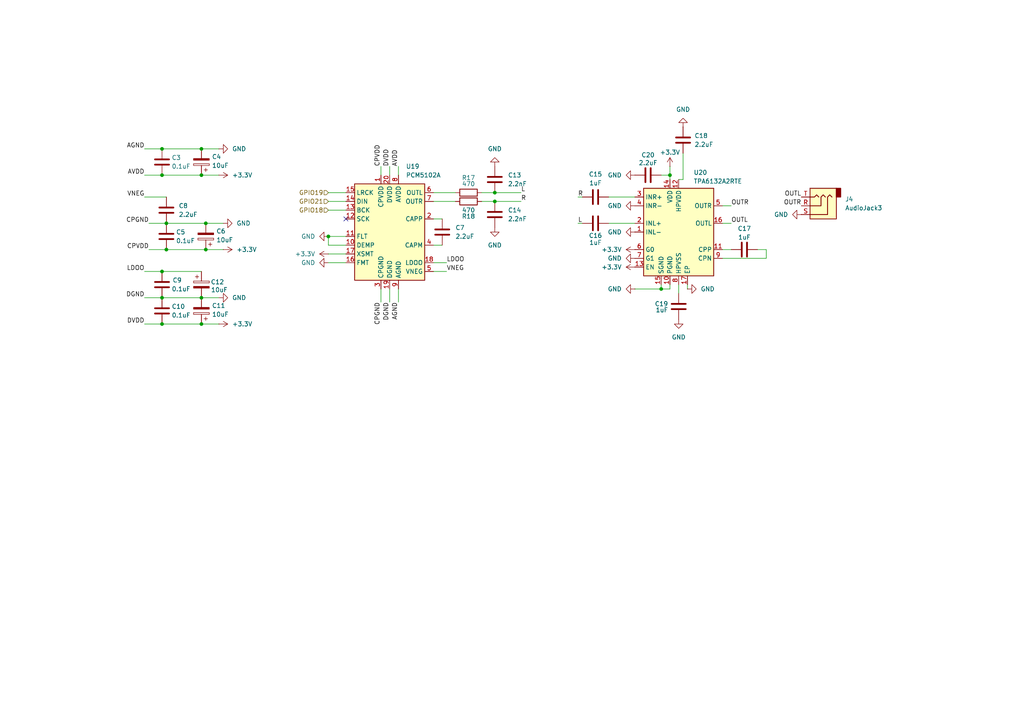
<source format=kicad_sch>
(kicad_sch (version 20250114) (generator "eeschema") (generator_version "9.0")
  (paper "A4")
  (lib_symbols
    (symbol "Amplifier_Audio:TPA6132A2RTE"
      (property "Reference" "U" (at -7.62 13.97 0))
      (property "Value" "TPA6132A2RTE" (at 8.89 13.97 0))
      (symbol "TPA6132A2RTE_0_1"
        (rectangle (start -10.16 12.7) (end 10.16 -12.7) (stroke (width 0.254)) (fill (type background)))
      )
      (symbol "TPA6132A2RTE_1_1"
        (pin input line (at -12.7 10.16 0) (length 2.54) (name "INR+") (number "3"))
        (pin input line (at -12.7 7.62 0) (length 2.54) (name "INR-") (number "4"))
        (pin input line (at -12.7 2.54 0) (length 2.54) (name "INL+") (number "2"))
        (pin input line (at -12.7 0 0) (length 2.54) (name "INL-") (number "1"))
        (pin input line (at -12.7 -5.08 0) (length 2.54) (name "G0") (number "6"))
        (pin input line (at -12.7 -7.62 0) (length 2.54) (name "G1") (number "7"))
        (pin input line (at -12.7 -10.16 0) (length 2.54) (name "EN") (number "13"))
        (pin power_in line (at -5.08 -15.24 90) (length 2.54) (name "SGND") (number "15"))
        (pin power_in line (at -2.54 15.24 270) (length 2.54) (name "VDD") (number "14"))
        (pin power_in line (at -2.54 -15.24 90) (length 2.54) (name "PGND") (number "10"))
        (pin power_in line (at 0 15.24 270) (length 2.54) (name "HPVDD") (number "12"))
        (pin power_in line (at 0 -15.24 90) (length 2.54) (name "HPVSS") (number "8"))
        (pin passive line (at 2.54 -15.24 90) (length 2.54) (name "EP") (number "17"))
        (pin output line (at 12.7 7.62 180) (length 2.54) (name "OUTR") (number "5"))
        (pin output line (at 12.7 2.54 180) (length 2.54) (name "OUTL") (number "16"))
        (pin passive line (at 12.7 -5.08 180) (length 2.54) (name "CPP") (number "11"))
        (pin passive line (at 12.7 -7.62 180) (length 2.54) (name "CPN") (number "9"))
      )
    )
    (symbol "Audio:PCM5102A"
      (property "Reference" "U" (at -10.16 13.97 0))
      (property "Value" "PCM5102A" (at 3.81 13.97 0))
      (symbol "PCM5102A_0_1"
        (rectangle (start -10.16 12.7) (end 10.16 -15.24) (stroke (width 0.254)) (fill (type background)))
      )
      (symbol "PCM5102A_1_1"
        (pin input line (at -12.7 10.16 0) (length 2.54) (name "LRCK") (number "15"))
        (pin input line (at -12.7 7.62 0) (length 2.54) (name "DIN") (number "14"))
        (pin input line (at -12.7 5.08 0) (length 2.54) (name "BCK") (number "13"))
        (pin input line (at -12.7 2.54 0) (length 2.54) (name "SCK") (number "12"))
        (pin input line (at -12.7 -2.54 0) (length 2.54) (name "FLT") (number "11"))
        (pin input line (at -12.7 -5.08 0) (length 2.54) (name "DEMP") (number "10"))
        (pin input line (at -12.7 -7.62 0) (length 2.54) (name "XSMT") (number "17"))
        (pin input line (at -12.7 -10.16 0) (length 2.54) (name "FMT") (number "16"))
        (pin passive line (at -2.54 15.24 270) (length 2.54) (name "CPVDD") (number "1"))
        (pin power_in line (at -2.54 -17.78 90) (length 2.54) (name "CPGND") (number "3"))
        (pin power_in line (at 0 15.24 270) (length 2.54) (name "DVDD") (number "20"))
        (pin power_in line (at 0 -17.78 90) (length 2.54) (name "DGND") (number "19"))
        (pin power_in line (at 2.54 15.24 270) (length 2.54) (name "AVDD") (number "8"))
        (pin power_in line (at 2.54 -17.78 90) (length 2.54) (name "AGND") (number "9"))
        (pin output line (at 12.7 10.16 180) (length 2.54) (name "OUTL") (number "6"))
        (pin output line (at 12.7 7.62 180) (length 2.54) (name "OUTR") (number "7"))
        (pin passive line (at 12.7 2.54 180) (length 2.54) (name "CAPP") (number "2"))
        (pin passive line (at 12.7 -5.08 180) (length 2.54) (name "CAPM") (number "4"))
        (pin passive line (at 12.7 -10.16 180) (length 2.54) (name "LDOO") (number "18"))
        (pin passive line (at 12.7 -12.7 180) (length 2.54) (name "VNEG") (number "5"))
      )
    )
    (symbol "Connector_Audio:AudioJack3"
      (property "Reference" "J" (at 0 8.89 0))
      (property "Value" "AudioJack3" (at 0 6.35 0))
      (symbol "AudioJack3_0_1"
        (rectangle (start -5.08 -5.08) (end -6.35 -2.54) (stroke (width 0.254)) (fill (type outline)))
        (polyline (pts (xy -1.905 -2.54) (xy -1.27 -3.175) (xy -0.635 -2.54) (xy -0.635 0) (xy 2.54 0)) (stroke (width 0.254)))
        (polyline (pts (xy 0 -2.54) (xy 0.635 -3.175) (xy 1.27 -2.54) (xy 2.54 -2.54)) (stroke (width 0.254)))
        (rectangle (start 2.54 3.81) (end -5.08 -5.08) (stroke (width 0.254)) (fill (type background)))
        (polyline (pts (xy 2.54 2.54) (xy -2.54 2.54) (xy -2.54 -2.54) (xy -3.175 -3.175) (xy -3.81 -2.54)) (stroke (width 0.254)))
      )
      (symbol "AudioJack3_1_1"
        (pin passive line (at 5.08 2.54 180) (length 2.54) (name "~") (number "S"))
        (pin passive line (at 5.08 0 180) (length 2.54) (name "~") (number "R"))
        (pin passive line (at 5.08 -2.54 180) (length 2.54) (name "~") (number "T"))
      )
    )
    (symbol "Device:C" (pin_numbers (hide yes)) (pin_names (offset 0.254))
      (property "Reference" "C" (at 0.635 2.54 0))
      (property "Value" "C" (at 0.635 -2.54 0))
      (symbol "C_0_1"
        (polyline (pts (xy -2.032 0.762) (xy 2.032 0.762)) (stroke (width 0.508)))
        (polyline (pts (xy -2.032 -0.762) (xy 2.032 -0.762)) (stroke (width 0.508)))
      )
      (symbol "C_1_1"
        (pin passive line (at 0 3.81 270) (length 2.794) (name "~") (number "1"))
        (pin passive line (at 0 -3.81 90) (length 2.794) (name "~") (number "2"))
      )
    )
    (symbol "Device:C_Polarized" (pin_numbers (hide yes)) (pin_names (offset 0.254))
      (property "Reference" "C" (at 0.635 2.54 0))
      (property "Value" "C_Polarized" (at 0.635 -2.54 0))
      (symbol "C_Polarized_0_1"
        (rectangle (start -2.286 0.508) (end 2.286 1.016))
        (polyline (pts (xy -1.778 2.286) (xy -0.762 2.286)))
        (polyline (pts (xy -1.27 2.794) (xy -1.27 1.778)))
        (rectangle (start 2.286 -0.508) (end -2.286 -1.016) (fill (type outline)))
      )
      (symbol "C_Polarized_1_1"
        (pin passive line (at 0 3.81 270) (length 2.794) (name "~") (number "1"))
        (pin passive line (at 0 -3.81 90) (length 2.794) (name "~") (number "2"))
      )
    )
    (symbol "Device:R" (pin_numbers (hide yes)) (pin_names (offset 0))
      (property "Reference" "R" (at 2.032 0 90))
      (property "Value" "R" (at 0 0 90))
      (symbol "R_0_1"
        (rectangle (start -1.016 -2.54) (end 1.016 2.54) (stroke (width 0.254)))
      )
      (symbol "R_1_1"
        (pin passive line (at 0 3.81 270) (length 1.27) (name "~") (number "1"))
        (pin passive line (at 0 -3.81 90) (length 1.27) (name "~") (number "2"))
      )
    )
    (symbol "power:+3.3V" (power) (pin_numbers (hide yes)) (pin_names (offset 0) (hide yes))
      (property "Value" "+3.3V" (at 0 3.556 0))
      (symbol "+3.3V_0_1"
        (polyline (pts (xy -0.762 1.27) (xy 0 2.54)))
        (polyline (pts (xy 0 2.54) (xy 0.762 1.27)))
        (polyline (pts (xy 0 0) (xy 0 2.54)))
      )
      (symbol "+3.3V_1_1"
        (pin power_in line (at 0 0 90) (length 0) (name "~") (number "1"))
      )
    )
    (symbol "power:GND" (power) (pin_numbers (hide yes)) (pin_names (offset 0) (hide yes))
      (property "Value" "GND" (at 0 -3.81 0))
      (symbol "GND_0_1"
        (polyline (pts (xy 0 0) (xy 0 -1.27) (xy 1.27 -1.27) (xy 0 -2.54) (xy -1.27 -1.27) (xy 0 -1.27)))
      )
      (symbol "GND_1_1"
        (pin power_in line (at 0 0 270) (length 0) (name "~") (number "1"))
      )
    )
  )
  (junction (at 95.25 68.58))
  (junction (at 48.26 64.77))
  (junction (at 46.99 78.74))
  (junction (at 46.99 50.8))
  (junction (at 143.51 55.88))
  (junction (at 46.99 86.36))
  (junction (at 58.42 43.18))
  (junction (at 46.99 43.18))
  (junction (at 58.42 50.8))
  (junction (at 58.42 93.98))
  (junction (at 58.42 86.36))
  (junction (at 59.69 64.77))
  (junction (at 59.69 72.39))
  (junction (at 143.51 58.42))
  (junction (at 46.99 93.98))
  (junction (at 191.77 83.82))
  (junction (at 48.26 72.39))
  (junction (at 194.31 50.8))
  (no_connect (at 100.33 63.5))
  (wire (pts (xy 41.91 57.15) (xy 48.26 57.15)))
  (wire (pts (xy 110.49 83.82) (xy 110.49 87.63)))
  (wire (pts (xy 113.03 83.82) (xy 113.03 87.63)))
  (wire (pts (xy 125.73 76.2) (xy 129.54 76.2)))
  (wire (pts (xy 41.91 43.18) (xy 46.99 43.18)))
  (wire (pts (xy 58.42 86.36) (xy 63.5 86.36)))
  (wire (pts (xy 100.33 68.58) (xy 95.25 68.58)))
  (wire (pts (xy 209.55 64.77) (xy 212.09 64.77)))
  (wire (pts (xy 58.42 43.18) (xy 63.5 43.18)))
  (wire (pts (xy 41.91 50.8) (xy 46.99 50.8)))
  (wire (pts (xy 46.99 86.36) (xy 58.42 86.36)))
  (wire (pts (xy 139.7 55.88) (xy 143.51 55.88)))
  (wire (pts (xy 46.99 50.8) (xy 58.42 50.8)))
  (wire (pts (xy 41.91 86.36) (xy 46.99 86.36)))
  (wire (pts (xy 143.51 58.42) (xy 151.13 58.42)))
  (wire (pts (xy 196.85 85.09) (xy 196.85 82.55)))
  (wire (pts (xy 110.49 48.26) (xy 110.49 50.8)))
  (wire (pts (xy 59.69 72.39) (xy 64.77 72.39)))
  (wire (pts (xy 209.55 74.93) (xy 222.25 74.93)))
  (wire (pts (xy 95.25 55.88) (xy 100.33 55.88)))
  (wire (pts (xy 115.57 83.82) (xy 115.57 87.63)))
  (wire (pts (xy 95.25 76.2) (xy 100.33 76.2)))
  (wire (pts (xy 191.77 50.8) (xy 194.31 50.8)))
  (wire (pts (xy 167.64 57.15) (xy 168.91 57.15)))
  (wire (pts (xy 198.12 44.45) (xy 198.12 52.07)))
  (wire (pts (xy 46.99 43.18) (xy 58.42 43.18)))
  (wire (pts (xy 167.64 64.77) (xy 168.91 64.77)))
  (wire (pts (xy 199.39 82.55) (xy 199.39 83.82)))
  (wire (pts (xy 143.51 55.88) (xy 151.13 55.88)))
  (wire (pts (xy 113.03 48.26) (xy 113.03 50.8)))
  (wire (pts (xy 191.77 82.55) (xy 191.77 83.82)))
  (wire (pts (xy 58.42 93.98) (xy 63.5 93.98)))
  (wire (pts (xy 43.18 72.39) (xy 48.26 72.39)))
  (wire (pts (xy 222.25 74.93) (xy 222.25 72.39)))
  (wire (pts (xy 95.25 60.96) (xy 100.33 60.96)))
  (wire (pts (xy 41.91 93.98) (xy 46.99 93.98)))
  (wire (pts (xy 139.7 58.42) (xy 143.51 58.42)))
  (wire (pts (xy 46.99 93.98) (xy 58.42 93.98)))
  (wire (pts (xy 43.18 64.77) (xy 48.26 64.77)))
  (wire (pts (xy 58.42 50.8) (xy 63.5 50.8)))
  (wire (pts (xy 48.26 64.77) (xy 59.69 64.77)))
  (wire (pts (xy 209.55 72.39) (xy 212.09 72.39)))
  (wire (pts (xy 95.25 58.42) (xy 100.33 58.42)))
  (wire (pts (xy 95.25 68.58) (xy 95.25 71.12)))
  (wire (pts (xy 95.25 73.66) (xy 100.33 73.66)))
  (wire (pts (xy 125.73 78.74) (xy 129.54 78.74)))
  (wire (pts (xy 46.99 78.74) (xy 58.42 78.74)))
  (wire (pts (xy 95.25 71.12) (xy 100.33 71.12)))
  (wire (pts (xy 222.25 72.39) (xy 219.71 72.39)))
  (wire (pts (xy 191.77 83.82) (xy 184.15 83.82)))
  (wire (pts (xy 48.26 72.39) (xy 59.69 72.39)))
  (wire (pts (xy 194.31 48.26) (xy 194.31 50.8)))
  (wire (pts (xy 176.53 64.77) (xy 184.15 64.77)))
  (wire (pts (xy 41.91 78.74) (xy 46.99 78.74)))
  (wire (pts (xy 125.73 58.42) (xy 132.08 58.42)))
  (wire (pts (xy 194.31 50.8) (xy 194.31 52.07)))
  (wire (pts (xy 125.73 71.12) (xy 128.27 71.12)))
  (wire (pts (xy 125.73 63.5) (xy 128.27 63.5)))
  (wire (pts (xy 115.57 48.26) (xy 115.57 50.8)))
  (wire (pts (xy 209.55 59.69) (xy 212.09 59.69)))
  (wire (pts (xy 176.53 57.15) (xy 184.15 57.15)))
  (wire (pts (xy 198.12 52.07) (xy 196.85 52.07)))
  (wire (pts (xy 194.31 83.82) (xy 191.77 83.82)))
  (wire (pts (xy 125.73 55.88) (xy 132.08 55.88)))
  (wire (pts (xy 194.31 82.55) (xy 194.31 83.82)))
  (wire (pts (xy 59.69 64.77) (xy 64.77 64.77)))
  (label "AGND" (at 115.57 87.63 270))
  (label "DVDD" (at 113.03 48.26 90))
  (label "AVDD" (at 115.57 48.26 90))
  (label "AGND" (at 41.91 43.18 180))
  (label "VNEG" (at 41.91 57.15 180))
  (label "CPGND" (at 43.18 64.77 180))
  (label "DVDD" (at 41.91 93.98 180))
  (label "OUTR" (at 212.09 59.69 0))
  (label "R" (at 151.13 58.42 0))
  (label "OUTR" (at 232.41 59.69 180))
  (label "LDOO" (at 41.91 78.74 180))
  (label "CPVDD" (at 43.18 72.39 180))
  (label "DGND" (at 113.03 87.63 270))
  (label "AVDD" (at 41.91 50.8 180))
  (label "CPVDD" (at 110.49 48.26 90))
  (label "OUTL" (at 232.41 57.15 180))
  (label "DGND" (at 41.91 86.36 180))
  (label "LDOO" (at 129.54 76.2 0))
  (label "OUTL" (at 212.09 64.77 0))
  (label "VNEG" (at 129.54 78.74 0))
  (label "CPGND" (at 110.49 87.63 270))
  (label "L" (at 167.64 64.77 0))
  (label "L" (at 151.13 55.88 0))
  (label "R" (at 167.64 57.15 0))
  (hierarchical_label "GPIO19" (shape input) (at 95.25 55.88 180))
  (hierarchical_label "GPIO21" (shape input) (at 95.25 58.42 180))
  (hierarchical_label "GPIO18" (shape input) (at 95.25 60.96 180))
  (symbol (lib_id "power:GND") (at 143.51 66.04 0) (unit 1)
    (property "Reference" "#PWR031" (effects (hide yes)))
    (property "Value" "GND" (at 143.51 71.12 0))
    (property "Description" "Power symbol creates a global label with name \"GND\" , ground" (effects (hide yes)))
  )
  (symbol (lib_id "power:GND") (at 184.15 59.69 270) (unit 1)
    (property "Reference" "#PWR051" (effects (hide yes)))
    (property "Value" "GND" (at 180.34 59.6899 90) (effects (justify right)))
    (property "Description" "Power symbol creates a global label with name \"GND\" , ground" (effects (hide yes)))
  )
  (symbol (lib_id "power:+3.3V") (at 64.77 72.39 270) (unit 1)
    (property "Reference" "#PWR046" (effects (hide yes)))
    (property "Value" "+3.3V" (at 68.58 72.3899 90) (effects (justify left)))
    (property "Description" "Power symbol creates a global label with name \"+3.3V\"" (effects (hide yes)))
  )
  (symbol (lib_id "power:GND") (at 95.25 76.2 270) (unit 1)
    (property "Reference" "#PWR042" (effects (hide yes)))
    (property "Value" "GND" (at 91.44 76.1999 90) (effects (justify right)))
    (property "Description" "Power symbol creates a global label with name \"GND\" , ground" (effects (hide yes)))
  )
  (symbol (lib_id "power:GND") (at 143.51 48.26 180) (unit 1)
    (property "Reference" "#PWR032" (effects (hide yes)))
    (property "Value" "GND" (at 143.51 43.18 0))
    (property "Description" "Power symbol creates a global label with name \"GND\" , ground" (effects (hide yes)))
  )
  (symbol (lib_id "power:GND") (at 232.41 62.23 270) (unit 1)
    (property "Reference" "#PWR033" (effects (hide yes)))
    (property "Value" "GND" (at 228.6 62.2299 90) (effects (justify right)))
    (property "Description" "Power symbol creates a global label with name \"GND\" , ground" (effects (hide yes)))
  )
  (symbol (lib_id "Device:C_Polarized") (at 58.42 46.99 180) (unit 1)
    (property "Reference" "C4" (at 61.468 45.466 0) (effects (justify right)))
    (property "Value" "10uF" (at 61.468 48.006 0) (effects (justify right)))
    (property "Footprint" "Capacitor_SMD:C_0805_2012Metric_Pad1.18x1.45mm_HandSolder" (effects (hide yes)))
    (property "Description" "Polarized capacitor" (effects (hide yes)))
  )
  (symbol (lib_id "Amplifier_Audio:TPA6132A2RTE") (at 196.85 67.31 0) (unit 1)
    (property "Reference" "U20" (at 201.168 50.038 0) (effects (justify left)))
    (property "Value" "TPA6132A2RTE" (at 201.168 52.578 0) (effects (justify left)))
    (property "Footprint" "Package_DFN_QFN:WQFN-16-1EP_3x3mm_P0.5mm_EP1.6x1.6mm_ThermalVias" (effects (hide yes)))
    (property "Datasheet" "https://www.ti.com/lit/ds/symlink/tpa6132a2.pdf" (effects (hide yes)))
    (property "Description" "25mW, Stereo, DirectPath Audio Amplifier, WQFN-16" (effects (hide yes)))
  )
  (symbol (lib_id "Device:C") (at 143.51 62.23 0) (unit 1)
    (property "Reference" "C14" (at 147.32 60.9599 0) (effects (justify left)))
    (property "Value" "2.2nF" (at 147.32 63.4999 0) (effects (justify left)))
    (property "Footprint" "Capacitor_SMD:C_0805_2012Metric_Pad1.18x1.45mm_HandSolder" (effects (hide yes)))
    (property "Description" "Unpolarized capacitor" (effects (hide yes)))
  )
  (symbol (lib_id "Device:C") (at 172.72 64.77 270) (unit 1)
    (property "Reference" "C16" (at 172.72 68.326 90))
    (property "Value" "1uF" (at 172.72 70.358 90))
    (property "Footprint" "Capacitor_SMD:C_0805_2012Metric_Pad1.18x1.45mm_HandSolder" (effects (hide yes)))
    (property "Description" "Unpolarized capacitor" (effects (hide yes)))
  )
  (symbol (lib_id "power:GND") (at 64.77 64.77 90) (unit 1)
    (property "Reference" "#PWR043" (effects (hide yes)))
    (property "Value" "GND" (at 68.58 64.7699 90) (effects (justify right)))
    (property "Description" "Power symbol creates a global label with name \"GND\" , ground" (effects (hide yes)))
  )
  (symbol (lib_id "power:+3.3V") (at 63.5 50.8 270) (unit 1)
    (property "Reference" "#PWR045" (effects (hide yes)))
    (property "Value" "+3.3V" (at 67.31 50.7999 90) (effects (justify left)))
    (property "Description" "Power symbol creates a global label with name \"+3.3V\"" (effects (hide yes)))
  )
  (symbol (lib_id "power:GND") (at 196.85 92.71 0) (unit 1)
    (property "Reference" "#PWR054" (effects (hide yes)))
    (property "Value" "GND" (at 196.85 97.79 0))
    (property "Description" "Power symbol creates a global label with name \"GND\" , ground" (effects (hide yes)))
  )
  (symbol (lib_id "Device:C") (at 46.99 90.17 0) (unit 1)
    (property "Reference" "C10" (at 49.784 88.9 0) (effects (justify left)))
    (property "Value" "0.1uF" (at 49.784 91.44 0) (effects (justify left)))
    (property "Footprint" "Capacitor_SMD:C_0805_2012Metric_Pad1.18x1.45mm_HandSolder" (effects (hide yes)))
    (property "Description" "Unpolarized capacitor" (effects (hide yes)))
  )
  (symbol (lib_id "power:GND") (at 63.5 86.36 90) (unit 1)
    (property "Reference" "#PWR044" (effects (hide yes)))
    (property "Value" "GND" (at 67.31 86.3599 90) (effects (justify right)))
    (property "Description" "Power symbol creates a global label with name \"GND\" , ground" (effects (hide yes)))
  )
  (symbol (lib_id "power:GND") (at 63.5 43.18 90) (unit 1)
    (property "Reference" "#PWR034" (effects (hide yes)))
    (property "Value" "GND" (at 67.31 43.1799 90) (effects (justify right)))
    (property "Description" "Power symbol creates a global label with name \"GND\" , ground" (effects (hide yes)))
  )
  (symbol (lib_id "Device:C") (at 172.72 57.15 90) (unit 1)
    (property "Reference" "C15" (at 172.72 50.546 90))
    (property "Value" "1uF" (at 172.72 53.086 90))
    (property "Footprint" "Capacitor_SMD:C_0805_2012Metric_Pad1.18x1.45mm_HandSolder" (effects (hide yes)))
    (property "Description" "Unpolarized capacitor" (effects (hide yes)))
  )
  (symbol (lib_id "power:GND") (at 184.15 67.31 270) (unit 1)
    (property "Reference" "#PWR052" (effects (hide yes)))
    (property "Value" "GND" (at 180.34 67.3099 90) (effects (justify right)))
    (property "Description" "Power symbol creates a global label with name \"GND\" , ground" (effects (hide yes)))
  )
  (symbol (lib_id "Device:C") (at 187.96 50.8 90) (unit 1)
    (property "Reference" "C20" (at 187.96 44.958 90))
    (property "Value" "2.2uF" (at 187.96 47.244 90))
    (property "Footprint" "Capacitor_SMD:C_0805_2012Metric_Pad1.18x1.45mm_HandSolder" (effects (hide yes)))
    (property "Description" "Unpolarized capacitor" (effects (hide yes)))
  )
  (symbol (lib_id "Device:C") (at 46.99 82.55 0) (unit 1)
    (property "Reference" "C9" (at 50.038 81.28 0) (effects (justify left)))
    (property "Value" "0.1uF" (at 49.784 83.82 0) (effects (justify left)))
    (property "Footprint" "Capacitor_SMD:C_0805_2012Metric_Pad1.18x1.45mm_HandSolder" (effects (hide yes)))
    (property "Description" "Unpolarized capacitor" (effects (hide yes)))
  )
  (symbol (lib_id "power:GND") (at 184.15 50.8 270) (unit 1)
    (property "Reference" "#PWR061" (effects (hide yes)))
    (property "Value" "GND" (at 180.34 50.7999 90) (effects (justify right)))
    (property "Description" "Power symbol creates a global label with name \"GND\" , ground" (effects (hide yes)))
  )
  (symbol (lib_id "Device:C") (at 46.99 46.99 0) (unit 1)
    (property "Reference" "C3" (at 49.784 45.72 0) (effects (justify left)))
    (property "Value" "0.1uF" (at 49.784 48.26 0) (effects (justify left)))
    (property "Footprint" "Capacitor_SMD:C_0805_2012Metric_Pad1.18x1.45mm_HandSolder" (effects (hide yes)))
    (property "Description" "Unpolarized capacitor" (effects (hide yes)))
  )
  (symbol (lib_id "power:GND") (at 199.39 83.82 90) (unit 1)
    (property "Reference" "#PWR059" (effects (hide yes)))
    (property "Value" "GND" (at 203.2 83.8199 90) (effects (justify right)))
    (property "Description" "Power symbol creates a global label with name \"GND\" , ground" (effects (hide yes)))
  )
  (symbol (lib_id "Connector_Audio:AudioJack3") (at 237.49 59.69 180) (unit 1)
    (property "Reference" "J4" (at 245.11 57.7849 0) (effects (justify right)))
    (property "Value" "AudioJack3" (at 245.11 60.3249 0) (effects (justify right)))
    (property "Footprint" "Connector_Audio:Jack_3.5mm_CUI_SJ-3523-SMT_Horizontal" (effects (hide yes)))
    (property "Description" "Audio Jack, 3 Poles (Stereo / TRS)" (effects (hide yes)))
  )
  (symbol (lib_id "power:GND") (at 184.15 83.82 270) (unit 1)
    (property "Reference" "#PWR055" (effects (hide yes)))
    (property "Value" "GND" (at 180.34 83.8199 90) (effects (justify right)))
    (property "Description" "Power symbol creates a global label with name \"GND\" , ground" (effects (hide yes)))
  )
  (symbol (lib_id "Device:C") (at 128.27 67.31 0) (unit 1)
    (property "Reference" "C7" (at 132.08 66.0399 0) (effects (justify left)))
    (property "Value" "2.2uF" (at 132.08 68.5799 0) (effects (justify left)))
    (property "Footprint" "Capacitor_SMD:C_0805_2012Metric_Pad1.18x1.45mm_HandSolder" (effects (hide yes)))
    (property "Description" "Unpolarized capacitor" (effects (hide yes)))
  )
  (symbol (lib_id "power:GND") (at 184.15 74.93 270) (unit 1)
    (property "Reference" "#PWR056" (effects (hide yes)))
    (property "Value" "GND" (at 180.34 74.9299 90) (effects (justify right)))
    (property "Description" "Power symbol creates a global label with name \"GND\" , ground" (effects (hide yes)))
  )
  (symbol (lib_id "Device:C") (at 196.85 88.9 180) (unit 1)
    (property "Reference" "C19" (at 193.802 88.138 0) (effects (justify left)))
    (property "Value" "1uF" (at 193.802 89.916 0) (effects (justify left)))
    (property "Footprint" "Capacitor_SMD:C_0805_2012Metric_Pad1.18x1.45mm_HandSolder" (effects (hide yes)))
    (property "Description" "Unpolarized capacitor" (effects (hide yes)))
  )
  (symbol (lib_id "power:+3.3V") (at 95.25 73.66 90) (unit 1)
    (property "Reference" "#PWR041" (effects (hide yes)))
    (property "Value" "+3.3V" (at 91.44 73.6599 90) (effects (justify left)))
    (property "Description" "Power symbol creates a global label with name \"+3.3V\"" (effects (hide yes)))
  )
  (symbol (lib_id "power:+3.3V") (at 194.31 48.26 0) (unit 1)
    (property "Reference" "#PWR060" (effects (hide yes)))
    (property "Value" "+3.3V" (at 194.31 44.196 0))
    (property "Description" "Power symbol creates a global label with name \"+3.3V\"" (effects (hide yes)))
  )
  (symbol (lib_id "Device:C") (at 198.12 40.64 0) (unit 1)
    (property "Reference" "C18" (at 201.422 39.37 0) (effects (justify left)))
    (property "Value" "2.2uF" (at 201.422 41.91 0) (effects (justify left)))
    (property "Footprint" "Capacitor_SMD:C_0805_2012Metric_Pad1.18x1.45mm_HandSolder" (effects (hide yes)))
    (property "Description" "Unpolarized capacitor" (effects (hide yes)))
  )
  (symbol (lib_id "Device:R") (at 135.89 55.88 90) (unit 1)
    (property "Reference" "R17" (at 135.89 51.562 90))
    (property "Value" "470" (at 135.89 53.34 90))
    (property "Footprint" "Resistor_SMD:R_0805_2012Metric_Pad1.20x1.40mm_HandSolder" (effects (hide yes)))
    (property "Description" "Resistor" (effects (hide yes)))
  )
  (symbol (lib_id "Device:C") (at 143.51 52.07 0) (unit 1)
    (property "Reference" "C13" (at 147.32 50.7999 0) (effects (justify left)))
    (property "Value" "2.2nF" (at 147.32 53.3399 0) (effects (justify left)))
    (property "Footprint" "Capacitor_SMD:C_0805_2012Metric_Pad1.18x1.45mm_HandSolder" (effects (hide yes)))
    (property "Description" "Unpolarized capacitor" (effects (hide yes)))
  )
  (symbol (lib_id "Device:C") (at 215.9 72.39 270) (unit 1)
    (property "Reference" "C17" (at 215.9 66.294 90))
    (property "Value" "1uF" (at 215.9 68.834 90))
    (property "Footprint" "Capacitor_SMD:C_0805_2012Metric_Pad1.18x1.45mm_HandSolder" (effects (hide yes)))
    (property "Description" "Unpolarized capacitor" (effects (hide yes)))
  )
  (symbol (lib_id "power:+3.3V") (at 63.5 93.98 270) (unit 1)
    (property "Reference" "#PWR047" (effects (hide yes)))
    (property "Value" "+3.3V" (at 67.31 93.9799 90) (effects (justify left)))
    (property "Description" "Power symbol creates a global label with name \"+3.3V\"" (effects (hide yes)))
  )
  (symbol (lib_id "Audio:PCM5102A") (at 113.03 66.04 0) (unit 1)
    (property "Reference" "U19" (at 117.7133 48.26 0) (effects (justify left)))
    (property "Value" "PCM5102A" (at 117.7133 50.8 0) (effects (justify left)))
    (property "Footprint" "Package_SO:TSSOP-20_4.4x6.5mm_P0.65mm" (effects (hide yes)))
    (property "Datasheet" "https://www.ti.com/lit/ds/symlink/pcm5102a.pdf" (effects (hide yes)))
    (property "Description" "2.1 VRMS, 112dB Audio Stereo DAC with PLL and 32-bit, 384kHz PCM Interface, TSSOP-20" (effects (hide yes)))
  )
  (symbol (lib_id "Device:C_Polarized") (at 58.42 90.17 180) (unit 1)
    (property "Reference" "C11" (at 61.468 88.646 0) (effects (justify right)))
    (property "Value" "10uF" (at 61.468 91.186 0) (effects (justify right)))
    (property "Footprint" "Capacitor_SMD:C_0805_2012Metric_Pad1.18x1.45mm_HandSolder" (effects (hide yes)))
    (property "Description" "Polarized capacitor" (effects (hide yes)))
  )
  (symbol (lib_id "Device:C_Polarized") (at 58.42 82.55 0) (unit 1)
    (property "Reference" "C12" (at 65.024 81.788 0) (effects (justify right)))
    (property "Value" "10uF" (at 66.04 84.074 0) (effects (justify right)))
    (property "Footprint" "Capacitor_SMD:C_0805_2012Metric_Pad1.18x1.45mm_HandSolder" (effects (hide yes)))
    (property "Description" "Polarized capacitor" (effects (hide yes)))
  )
  (symbol (lib_id "Device:C_Polarized") (at 59.69 68.58 180) (unit 1)
    (property "Reference" "C6" (at 62.738 67.056 0) (effects (justify right)))
    (property "Value" "10uF" (at 62.738 69.596 0) (effects (justify right)))
    (property "Footprint" "Capacitor_SMD:C_0805_2012Metric_Pad1.18x1.45mm_HandSolder" (effects (hide yes)))
    (property "Description" "Polarized capacitor" (effects (hide yes)))
  )
  (symbol (lib_id "power:GND") (at 198.12 36.83 180) (unit 1)
    (property "Reference" "#PWR053" (effects (hide yes)))
    (property "Value" "GND" (at 198.12 31.75 0))
    (property "Description" "Power symbol creates a global label with name \"GND\" , ground" (effects (hide yes)))
  )
  (symbol (lib_id "Device:C") (at 48.26 68.58 0) (unit 1)
    (property "Reference" "C5" (at 51.054 67.31 0) (effects (justify left)))
    (property "Value" "0.1uF" (at 51.054 69.85 0) (effects (justify left)))
    (property "Footprint" "Capacitor_SMD:C_0805_2012Metric_Pad1.18x1.45mm_HandSolder" (effects (hide yes)))
    (property "Description" "Unpolarized capacitor" (effects (hide yes)))
  )
  (symbol (lib_id "Device:C") (at 48.26 60.96 0) (unit 1)
    (property "Reference" "C8" (at 51.816 59.69 0) (effects (justify left)))
    (property "Value" "2.2uF" (at 51.816 62.23 0) (effects (justify left)))
    (property "Footprint" "Capacitor_SMD:C_0805_2012Metric_Pad1.18x1.45mm_HandSolder" (effects (hide yes)))
    (property "Description" "Unpolarized capacitor" (effects (hide yes)))
  )
  (symbol (lib_id "power:+3.3V") (at 184.15 77.47 90) (unit 1)
    (property "Reference" "#PWR058" (effects (hide yes)))
    (property "Value" "+3.3V" (at 180.34 77.4699 90) (effects (justify left)))
    (property "Description" "Power symbol creates a global label with name \"+3.3V\"" (effects (hide yes)))
  )
  (symbol (lib_id "Device:R") (at 135.89 58.42 90) (unit 1)
    (property "Reference" "R18" (at 135.89 62.738 90))
    (property "Value" "470" (at 135.89 60.96 90))
    (property "Footprint" "Resistor_SMD:R_0805_2012Metric_Pad1.20x1.40mm_HandSolder" (effects (hide yes)))
    (property "Description" "Resistor" (effects (hide yes)))
  )
  (symbol (lib_id "power:+3.3V") (at 184.15 72.39 90) (unit 1)
    (property "Reference" "#PWR057" (effects (hide yes)))
    (property "Value" "+3.3V" (at 180.34 72.3899 90) (effects (justify left)))
    (property "Description" "Power symbol creates a global label with name \"+3.3V\"" (effects (hide yes)))
  )
  (symbol (lib_id "power:GND") (at 95.25 68.58 270) (unit 1)
    (property "Reference" "#PWR040" (effects (hide yes)))
    (property "Value" "GND" (at 91.44 68.5799 90) (effects (justify right)))
    (property "Description" "Power symbol creates a global label with name \"GND\" , ground" (effects (hide yes)))
  )
)
</source>
